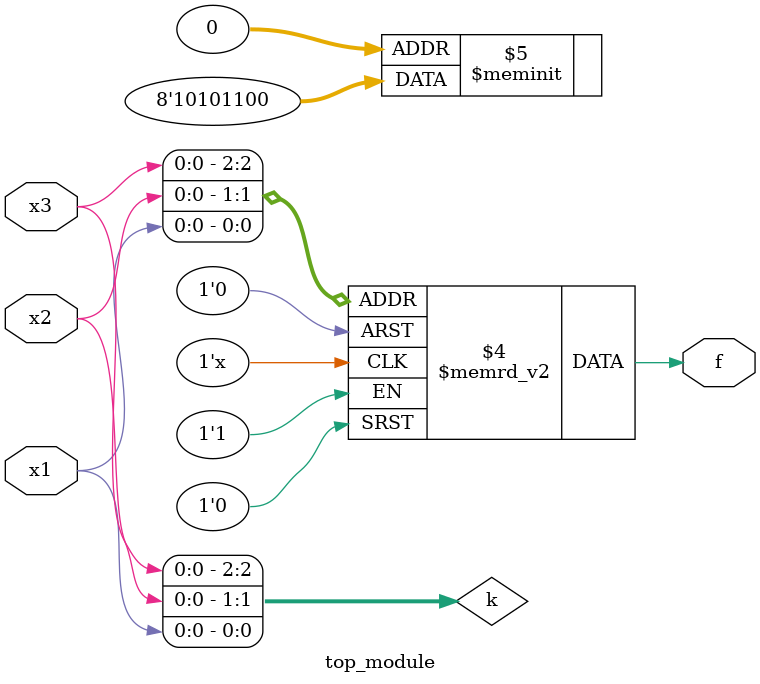
<source format=v>
module top_module( 
    input x3,
    input x2,
    input x1,  // three inputs
    output reg f   // one output
);
  wire [2:0]k;
  assign k = {x3, x2, x1};
  always @(*) begin
    case(k)
      0: f = 0;
      1: f = 0;
      2: f = 1;
      3: f = 1;
      4: f = 0;
      5: f = 1;
      6: f = 0;
      7: f = 1;
      default : f = 0;
    endcase
  end
endmodule

</source>
